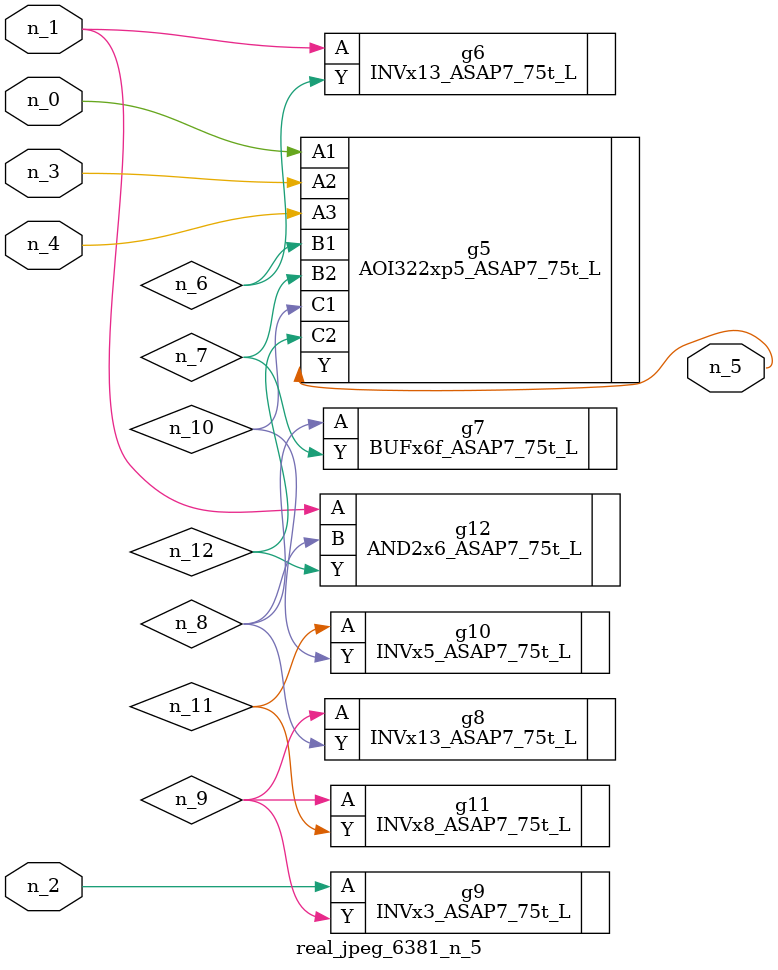
<source format=v>
module real_jpeg_6381_n_5 (n_4, n_0, n_1, n_2, n_3, n_5);

input n_4;
input n_0;
input n_1;
input n_2;
input n_3;

output n_5;

wire n_12;
wire n_8;
wire n_11;
wire n_6;
wire n_7;
wire n_10;
wire n_9;

AOI322xp5_ASAP7_75t_L g5 ( 
.A1(n_0),
.A2(n_3),
.A3(n_4),
.B1(n_6),
.B2(n_7),
.C1(n_10),
.C2(n_12),
.Y(n_5)
);

INVx13_ASAP7_75t_L g6 ( 
.A(n_1),
.Y(n_6)
);

AND2x6_ASAP7_75t_L g12 ( 
.A(n_1),
.B(n_8),
.Y(n_12)
);

INVx3_ASAP7_75t_L g9 ( 
.A(n_2),
.Y(n_9)
);

BUFx6f_ASAP7_75t_L g7 ( 
.A(n_8),
.Y(n_7)
);

INVx13_ASAP7_75t_L g8 ( 
.A(n_9),
.Y(n_8)
);

INVx8_ASAP7_75t_L g11 ( 
.A(n_9),
.Y(n_11)
);

INVx5_ASAP7_75t_L g10 ( 
.A(n_11),
.Y(n_10)
);


endmodule
</source>
